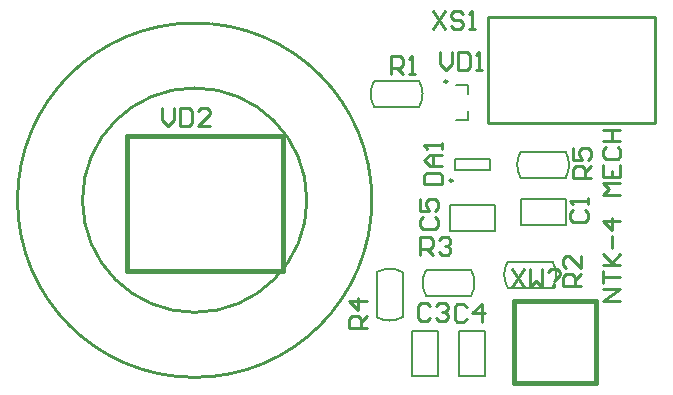
<source format=gto>
G04*
G04 #@! TF.GenerationSoftware,Altium Limited,Altium Designer,20.1.14 (287)*
G04*
G04 Layer_Color=65535*
%FSLAX42Y42*%
%MOMM*%
G71*
G04*
G04 #@! TF.SameCoordinates,C0F7CC4A-4C12-43CF-AD3A-5075A501ED9E*
G04*
G04*
G04 #@! TF.FilePolarity,Positive*
G04*
G01*
G75*
%ADD10C,0.25*%
%ADD11C,0.20*%
%ADD12C,0.25*%
%ADD13C,0.40*%
D10*
X3788Y2705D02*
G03*
X3788Y2705I-12J0D01*
G01*
X3833Y1865D02*
G03*
X3833Y1865I-12J0D01*
G01*
D11*
X4681Y962D02*
G03*
X4681Y1179I-191J108D01*
G01*
X4299Y1178D02*
G03*
X4299Y961I191J-108D01*
G01*
X3169Y2708D02*
G03*
X3169Y2491I191J-108D01*
G01*
X3551Y2492D02*
G03*
X3551Y2709I-191J108D01*
G01*
X3991Y892D02*
G03*
X3991Y1109I-191J108D01*
G01*
X3609Y1108D02*
G03*
X3609Y891I191J-108D01*
G01*
X3408Y1091D02*
G03*
X3191Y1091I-108J-191D01*
G01*
X3192Y709D02*
G03*
X3409Y709I108J191D01*
G01*
X4791Y1892D02*
G03*
X4791Y2109I-191J108D01*
G01*
X4409Y2108D02*
G03*
X4409Y1891I191J-108D01*
G01*
X3865Y2675D02*
X3965D01*
Y2595D02*
Y2675D01*
X3865Y2375D02*
X3965D01*
Y2455D01*
X3890Y590D02*
X4110D01*
X3890Y210D02*
Y590D01*
Y210D02*
X4110D01*
Y590D01*
X3490D02*
X3710D01*
X3490Y210D02*
Y590D01*
Y210D02*
X3710D01*
Y590D01*
X4190Y1440D02*
Y1660D01*
X3810D02*
X4190D01*
X3810Y1440D02*
Y1660D01*
Y1440D02*
X4190D01*
X4300Y1180D02*
X4680D01*
X4300Y960D02*
X4680D01*
X3850Y2045D02*
X4150D01*
X3850Y1955D02*
X4150D01*
Y2045D01*
X3850Y1955D02*
Y2045D01*
X3170Y2490D02*
X3550D01*
X3170Y2710D02*
X3550D01*
X4790Y1490D02*
Y1710D01*
X4410D02*
X4790D01*
X4410Y1490D02*
Y1710D01*
Y1490D02*
X4790D01*
X3610Y1110D02*
X3990D01*
X3610Y890D02*
X3990D01*
X3190Y710D02*
Y1090D01*
X3410Y710D02*
Y1090D01*
X4410Y2110D02*
X4790D01*
X4410Y1890D02*
X4790D01*
D12*
X2600Y1700D02*
G03*
X2600Y1700I-950J0D01*
G01*
X3150D02*
G03*
X3150Y1700I-1500J0D01*
G01*
X4130Y3250D02*
X5550D01*
Y2350D02*
Y3250D01*
X4130Y2350D02*
X5550D01*
X4130D02*
Y3250D01*
X1375Y2477D02*
Y2376D01*
X1426Y2325D01*
X1477Y2376D01*
Y2477D01*
X1527D02*
Y2325D01*
X1604D01*
X1629Y2350D01*
Y2452D01*
X1604Y2477D01*
X1527D01*
X1781Y2325D02*
X1680D01*
X1781Y2427D01*
Y2452D01*
X1756Y2477D01*
X1705D01*
X1680Y2452D01*
X5255Y848D02*
X5105D01*
X5255Y947D01*
X5105D01*
Y997D02*
Y1097D01*
Y1047D01*
X5255D01*
X5105Y1147D02*
X5255D01*
X5205D01*
X5105Y1247D01*
X5180Y1172D01*
X5255Y1247D01*
X5180Y1297D02*
Y1397D01*
X5255Y1522D02*
X5105D01*
X5180Y1447D01*
Y1547D01*
X5255Y1747D02*
X5105D01*
X5155Y1797D01*
X5105Y1847D01*
X5255D01*
X5105Y1997D02*
Y1897D01*
X5255D01*
Y1997D01*
X5180Y1897D02*
Y1947D01*
X5130Y2147D02*
X5105Y2122D01*
Y2072D01*
X5130Y2047D01*
X5230D01*
X5255Y2072D01*
Y2122D01*
X5230Y2147D01*
X5105Y2197D02*
X5255D01*
X5180D01*
Y2297D01*
X5105D01*
X5255D01*
X4335Y1118D02*
X4437Y965D01*
Y1118D02*
X4335Y965D01*
X4487Y1118D02*
Y965D01*
X4538Y1016D01*
X4589Y965D01*
Y1118D01*
X4640Y1092D02*
X4665Y1118D01*
X4716D01*
X4741Y1092D01*
Y1067D01*
X4691Y1016D01*
Y991D02*
Y965D01*
X3725Y2958D02*
Y2857D01*
X3776Y2806D01*
X3826Y2857D01*
Y2958D01*
X3877D02*
Y2806D01*
X3953D01*
X3979Y2831D01*
Y2933D01*
X3953Y2958D01*
X3877D01*
X4030Y2806D02*
X4080D01*
X4055D01*
Y2958D01*
X4030Y2933D01*
X3667Y3302D02*
X3769Y3150D01*
Y3302D02*
X3667Y3150D01*
X3921Y3277D02*
X3896Y3302D01*
X3845D01*
X3820Y3277D01*
Y3252D01*
X3845Y3226D01*
X3896D01*
X3921Y3201D01*
Y3175D01*
X3896Y3150D01*
X3845D01*
X3820Y3175D01*
X3972Y3150D02*
X4023D01*
X3998D01*
Y3302D01*
X3972Y3277D01*
X5005Y1890D02*
X4853D01*
Y1966D01*
X4878Y1992D01*
X4929D01*
X4954Y1966D01*
Y1890D01*
Y1941D02*
X5005Y1992D01*
X4853Y2144D02*
Y2042D01*
X4929D01*
X4903Y2093D01*
Y2119D01*
X4929Y2144D01*
X4980D01*
X5005Y2119D01*
Y2068D01*
X4980Y2042D01*
X3110Y618D02*
X2958D01*
Y694D01*
X2983Y719D01*
X3034D01*
X3059Y694D01*
Y618D01*
Y668D02*
X3110Y719D01*
Y846D02*
X2958D01*
X3034Y770D01*
Y871D01*
X3562Y1235D02*
Y1387D01*
X3639D01*
X3664Y1362D01*
Y1311D01*
X3639Y1286D01*
X3562D01*
X3613D02*
X3664Y1235D01*
X3715Y1362D02*
X3740Y1387D01*
X3791D01*
X3816Y1362D01*
Y1337D01*
X3791Y1311D01*
X3766D01*
X3791D01*
X3816Y1286D01*
Y1260D01*
X3791Y1235D01*
X3740D01*
X3715Y1260D01*
X4920Y970D02*
X4768D01*
Y1046D01*
X4793Y1072D01*
X4844D01*
X4869Y1046D01*
Y970D01*
Y1021D02*
X4920Y1072D01*
Y1224D02*
Y1122D01*
X4818Y1224D01*
X4793D01*
X4768Y1199D01*
Y1148D01*
X4793Y1122D01*
X3310Y2770D02*
Y2922D01*
X3386D01*
X3412Y2897D01*
Y2846D01*
X3386Y2821D01*
X3310D01*
X3361D02*
X3412Y2770D01*
X3462D02*
X3513D01*
X3488D01*
Y2922D01*
X3462Y2897D01*
X3593Y1833D02*
X3745D01*
Y1909D01*
X3720Y1934D01*
X3618D01*
X3593Y1909D01*
Y1833D01*
X3745Y1985D02*
X3643D01*
X3593Y2036D01*
X3643Y2086D01*
X3745D01*
X3669D01*
Y1985D01*
X3745Y2137D02*
Y2188D01*
Y2163D01*
X3593D01*
X3618Y2137D01*
X3583Y1557D02*
X3558Y1531D01*
Y1480D01*
X3583Y1455D01*
X3685D01*
X3710Y1480D01*
Y1531D01*
X3685Y1557D01*
X3558Y1709D02*
Y1607D01*
X3634D01*
X3608Y1658D01*
Y1684D01*
X3634Y1709D01*
X3685D01*
X3710Y1684D01*
Y1633D01*
X3685Y1607D01*
X3952Y792D02*
X3926Y817D01*
X3875D01*
X3850Y792D01*
Y690D01*
X3875Y665D01*
X3926D01*
X3952Y690D01*
X4079Y665D02*
Y817D01*
X4002Y741D01*
X4104D01*
X3644Y804D02*
X3619Y830D01*
X3568D01*
X3542Y804D01*
Y703D01*
X3568Y678D01*
X3619D01*
X3644Y703D01*
X3695Y804D02*
X3720Y830D01*
X3771D01*
X3796Y804D01*
Y779D01*
X3771Y754D01*
X3746D01*
X3771D01*
X3796Y728D01*
Y703D01*
X3771Y678D01*
X3720D01*
X3695Y703D01*
X4851Y1619D02*
X4825Y1594D01*
Y1543D01*
X4851Y1518D01*
X4952D01*
X4978Y1543D01*
Y1594D01*
X4952Y1619D01*
X4978Y1670D02*
Y1721D01*
Y1695D01*
X4825D01*
X4851Y1670D01*
D13*
X1080Y1100D02*
X2400D01*
X1080D02*
Y2240D01*
X2400D01*
Y2100D02*
Y2240D01*
Y1600D02*
Y2100D01*
Y1100D02*
Y1600D01*
X5050Y150D02*
Y850D01*
X4350Y150D02*
Y850D01*
X5050D01*
X4350Y150D02*
X5050D01*
M02*

</source>
